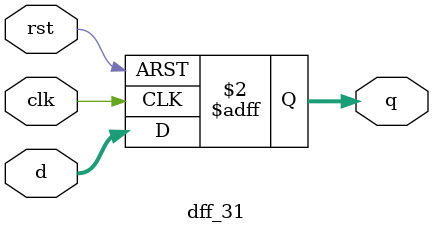
<source format=v>
/*
 * @Author: [Zhuohao Lee]
 * @Date: 2022-04-18 17:45:51
 * @LastEditors: [Zhuohao Lee]
 * @LastEditTime: 2022-04-23 14:03:13
 * @FilePath: /undefined/Users/edith_lzh/Desktop/大三下/VLSI/github/lab/lab1/A1_new/dff_31.v
 * @Description: edith_lzh@sjtu.edu.cn
 * yes
 * Copyright (c) 2022 by Zhuohao Lee, All Rights Reserved.
 */

`timescale 1ns / 1ps
module dff_31(input clk,
              input rst,
              input [30:0] d,
              output reg [30:0] q);
    
    
    always @(posedge clk or posedge rst)
        if (rst)
            q <= 0;
        else
            q <= d;
    
endmodule

</source>
